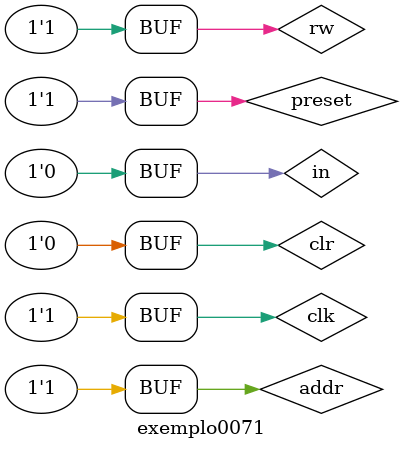
<source format=v>

`include "memoria1x1.v"

module memoria1x4(output [3:0]out, input clk, input addr, input rw, input in, input preset, input clr);

// Chamada das memórias 1x1
memoria1x1 m1(out[3], clk, addr, rw, in, preset, clr);
memoria1x1 m2(out[2], clk, addr, rw, in, preset, clr);
memoria1x1 m3(out[1], clk, addr, rw, in, preset, clr);
memoria1x1 m4(out[0], clk, addr, rw, in, preset, clr);

endmodule //memoria1x4

// ----------------
// Exemplo0071
// ----------------
module exemplo0071;

// ---------------- Definição de dados
wire [3:0]out;
reg clk, addr, rw, in, preset, clr;

// ---------------- Instância
 memoria1x4 memo1_4(out, clk, addr, rw, in, preset, clr);
 
// ---------------- Preparação
 initial begin: start
  clk = 1;
  addr = 0;
  rw = 0;
  in = 0;
  preset = 1;
  clr = 0;
 end
 
// ---------------- Parte principal
 initial begin: main
  $display("Exemplo0071 - Josemar Alves Caetano - 448662.");
  $display("Teste Memória RAM 1x4.\n");

  $monitor("Saida: %b",out);

   #1 clr = 1;
   #1 clr = 0;
   #1 clk = 1; addr = 1; rw = 1; in = 1;
   #1 clk = 1; addr = 1; rw = 1; in = 0;
   #1 addr = 0;
   #1 addr = 1;

end

endmodule //exemplo0071




</source>
